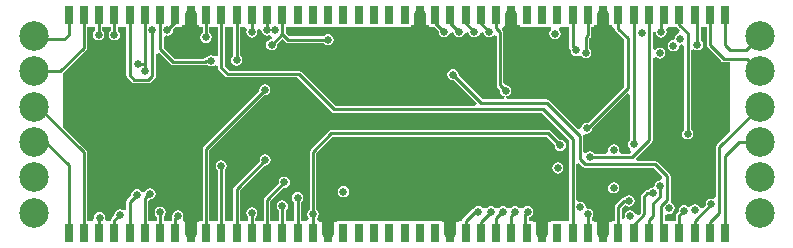
<source format=gtl>
G04*
G04 #@! TF.GenerationSoftware,Altium Limited,Altium Designer,20.0.2 (26)*
G04*
G04 Layer_Physical_Order=1*
G04 Layer_Color=255*
%FSLAX25Y25*%
%MOIN*%
G70*
G01*
G75*
%ADD10C,0.03937*%
%ADD12C,0.01000*%
%ADD15R,0.03150X0.06299*%
%ADD16C,0.09843*%
%ADD17C,0.02500*%
G36*
X141112Y74479D02*
X143022D01*
X144502Y72998D01*
X144452Y72748D01*
X144596Y72026D01*
X145005Y71414D01*
X145617Y71005D01*
X146339Y70862D01*
X147060Y71005D01*
X147672Y71414D01*
X148081Y72026D01*
X148113Y72186D01*
X148256Y72347D01*
X149174Y72712D01*
X149516Y72474D01*
X149606Y72026D01*
X150014Y71414D01*
X150626Y71005D01*
X151348Y70862D01*
X152070Y71005D01*
X152682Y71414D01*
X153091Y72026D01*
X153123Y72186D01*
X153265Y72347D01*
X154184Y72712D01*
X154526Y72474D01*
X154615Y72026D01*
X155024Y71414D01*
X155636Y71005D01*
X156358Y70862D01*
X157080Y71005D01*
X157692Y71414D01*
X158101Y72026D01*
X158132Y72186D01*
X158275Y72347D01*
X159193Y72712D01*
X159536Y72474D01*
X159625Y72026D01*
X160034Y71414D01*
X160646Y71005D01*
X161368Y70862D01*
X162089Y71005D01*
X162701Y71414D01*
X162800Y71561D01*
X163800Y71258D01*
Y54865D01*
X163800Y54865D01*
X163885Y54436D01*
X164128Y54072D01*
X164952Y53248D01*
X164902Y52998D01*
X165045Y52276D01*
X165454Y51664D01*
X166066Y51255D01*
X166498Y51170D01*
X166399Y50170D01*
X159152D01*
X151125Y58197D01*
X151174Y58447D01*
X151031Y59169D01*
X150622Y59781D01*
X150010Y60189D01*
X149288Y60333D01*
X148566Y60189D01*
X147954Y59781D01*
X147546Y59169D01*
X147402Y58447D01*
X147546Y57725D01*
X147954Y57113D01*
X148566Y56704D01*
X149288Y56561D01*
X149539Y56610D01*
X157179Y48970D01*
X156765Y47970D01*
X110153D01*
X98681Y59441D01*
X98317Y59684D01*
X97888Y59770D01*
X97888Y59770D01*
X74583D01*
X73140Y61213D01*
Y74479D01*
X74193D01*
Y74479D01*
X74934D01*
Y74479D01*
X75987D01*
Y64724D01*
X75775Y64582D01*
X75366Y63970D01*
X75222Y63248D01*
X75366Y62526D01*
X75775Y61914D01*
X76387Y61505D01*
X77109Y61362D01*
X77830Y61505D01*
X78442Y61914D01*
X78851Y62526D01*
X78995Y63248D01*
X78851Y63970D01*
X78442Y64582D01*
X78230Y64724D01*
Y74479D01*
X79283D01*
Y74479D01*
X80024D01*
X80529Y73479D01*
X80457Y73370D01*
X80313Y72648D01*
X80457Y71926D01*
X80865Y71314D01*
X81477Y70905D01*
X82199Y70762D01*
X82921Y70905D01*
X83533Y71314D01*
X83942Y71926D01*
X84085Y72648D01*
X83982Y73170D01*
X84443Y73860D01*
X84654Y74066D01*
X84708Y74061D01*
X85404Y73348D01*
X85547Y72626D01*
X85956Y72014D01*
X86568Y71605D01*
X87290Y71462D01*
X88012Y71605D01*
X88131Y71685D01*
X88292Y71643D01*
X88922Y70553D01*
X88831Y70334D01*
X88109Y70191D01*
X87497Y69782D01*
X87088Y69170D01*
X86944Y68448D01*
X87088Y67726D01*
X87497Y67114D01*
X88109Y66705D01*
X88831Y66562D01*
X89552Y66705D01*
X90164Y67114D01*
X90573Y67726D01*
X90717Y68448D01*
X90667Y68698D01*
X92381Y70412D01*
X93437Y69355D01*
X93437Y69355D01*
X93801Y69112D01*
X94231Y69026D01*
X94231Y69026D01*
X106177D01*
X106319Y68814D01*
X106931Y68405D01*
X107652Y68262D01*
X108374Y68405D01*
X108986Y68814D01*
X109395Y69426D01*
X109539Y70148D01*
X109395Y70870D01*
X108986Y71482D01*
X108374Y71891D01*
X107652Y72034D01*
X106931Y71891D01*
X106319Y71482D01*
X106177Y71270D01*
X94695D01*
X93502Y72463D01*
Y74479D01*
X94555D01*
Y74479D01*
X95296D01*
Y74479D01*
X99646D01*
Y74479D01*
X100387D01*
Y74479D01*
X104737D01*
Y74479D01*
X105478D01*
Y74479D01*
X109827D01*
Y74479D01*
X110568D01*
Y74479D01*
X114918D01*
Y74479D01*
X115659D01*
Y74479D01*
X120009D01*
Y74479D01*
X120750D01*
Y74479D01*
X125099D01*
Y74479D01*
X125840D01*
Y74479D01*
X130190D01*
Y74479D01*
X130931D01*
Y74479D01*
X135280D01*
Y74980D01*
X141112D01*
Y74479D01*
D02*
G37*
G36*
X40353Y58171D02*
X40353Y58171D01*
X40438Y57742D01*
X40681Y57378D01*
X42199Y55861D01*
X42199Y55861D01*
X42563Y55617D01*
X42992Y55532D01*
X42992Y55532D01*
X47756D01*
X47756Y55532D01*
X48185Y55617D01*
X48549Y55861D01*
X49881Y57193D01*
X49881Y57193D01*
X50124Y57557D01*
X50210Y57986D01*
X50210Y57986D01*
Y65333D01*
X51210Y65747D01*
X55102Y61855D01*
X55102Y61855D01*
X55466Y61612D01*
X55895Y61527D01*
X55895Y61527D01*
X66585D01*
X66585Y61527D01*
X67014Y61612D01*
X67343Y61832D01*
X67406Y61737D01*
X68018Y61328D01*
X68740Y61185D01*
X69462Y61328D01*
X69896Y61619D01*
X70546Y61415D01*
X70896Y61176D01*
Y60748D01*
X70896Y60748D01*
X70982Y60319D01*
X71225Y59955D01*
X73325Y57855D01*
X73325Y57855D01*
X73689Y57612D01*
X74118Y57526D01*
X74118Y57526D01*
X97424D01*
X108895Y46055D01*
X109259Y45812D01*
X109688Y45726D01*
X109688Y45726D01*
X178924D01*
X187981Y36669D01*
Y9537D01*
X186928D01*
Y9537D01*
X186187D01*
Y9537D01*
X181837D01*
Y9331D01*
X176006D01*
Y9537D01*
X174441D01*
Y10970D01*
X174856Y11053D01*
X175468Y11462D01*
X175876Y12073D01*
X176020Y12795D01*
X175876Y13517D01*
X175468Y14129D01*
X174856Y14538D01*
X174134Y14682D01*
X173412Y14538D01*
X172800Y14129D01*
X172649Y13903D01*
X171526D01*
X171375Y14129D01*
X170763Y14538D01*
X170041Y14682D01*
X169320Y14538D01*
X168708Y14129D01*
X168557Y13903D01*
X167434D01*
X167283Y14129D01*
X166671Y14538D01*
X165949Y14682D01*
X165227Y14538D01*
X164615Y14129D01*
X164464Y13903D01*
X163341D01*
X163190Y14129D01*
X162578Y14538D01*
X161857Y14682D01*
X161135Y14538D01*
X160523Y14129D01*
X160372Y13903D01*
X159249D01*
X159098Y14129D01*
X158486Y14538D01*
X158242Y14586D01*
X158193Y14619D01*
X157764Y14704D01*
X157673D01*
X157244Y14619D01*
X157157Y14561D01*
X157042Y14538D01*
X156430Y14129D01*
X156263Y13878D01*
X156027Y13832D01*
X155664Y13588D01*
X155664Y13588D01*
X152675Y10600D01*
X152432Y10236D01*
X152347Y9807D01*
X151416Y9537D01*
X151293D01*
Y9331D01*
X145462D01*
Y9537D01*
X141112D01*
Y9537D01*
X140371D01*
Y9537D01*
X136022D01*
Y9537D01*
X135280D01*
Y9537D01*
X130931D01*
Y9537D01*
X130190D01*
Y9537D01*
X125840D01*
Y9537D01*
X125099D01*
Y9537D01*
X120750D01*
Y9537D01*
X120009D01*
Y9537D01*
X115659D01*
Y9537D01*
X114918D01*
Y9537D01*
X110568D01*
Y9331D01*
X104737D01*
Y9537D01*
X104219D01*
X103940Y10381D01*
X103911Y10537D01*
X104304Y11126D01*
X104448Y11848D01*
X104304Y12570D01*
X103896Y13182D01*
X103683Y13324D01*
Y32184D01*
X109226Y37727D01*
X180610D01*
X183238Y35098D01*
X183188Y34848D01*
X183332Y34126D01*
X183741Y33514D01*
X184353Y33105D01*
X185075Y32962D01*
X185796Y33105D01*
X186408Y33514D01*
X186817Y34126D01*
X186961Y34848D01*
X186817Y35570D01*
X186408Y36182D01*
X185796Y36591D01*
X185075Y36734D01*
X184824Y36685D01*
X181868Y39641D01*
X181504Y39884D01*
X181075Y39970D01*
X181075Y39970D01*
X108762D01*
X108333Y39884D01*
X107969Y39641D01*
X107969Y39641D01*
X101769Y33441D01*
X101526Y33077D01*
X101440Y32648D01*
X101440Y32648D01*
Y13324D01*
X101228Y13182D01*
X100819Y12570D01*
X100675Y11848D01*
X100819Y11126D01*
X101213Y10537D01*
X101184Y10381D01*
X101119Y10184D01*
X100387Y9537D01*
X99646D01*
Y9537D01*
X98593D01*
Y15972D01*
X98805Y16114D01*
X99214Y16726D01*
X99357Y17448D01*
X99214Y18170D01*
X98805Y18782D01*
X98193Y19191D01*
X97471Y19334D01*
X96749Y19191D01*
X96137Y18782D01*
X95728Y18170D01*
X95585Y17448D01*
X95728Y16726D01*
X96137Y16114D01*
X96350Y15972D01*
Y9537D01*
X95296D01*
Y9537D01*
X94555D01*
Y9537D01*
X93502D01*
Y13167D01*
X93722Y13314D01*
X94131Y13926D01*
X94274Y14648D01*
X94131Y15370D01*
X93722Y15982D01*
X93110Y16391D01*
X92388Y16534D01*
X91666Y16391D01*
X91054Y15982D01*
X90645Y15370D01*
X90502Y14648D01*
X90645Y13926D01*
X91054Y13314D01*
X91259Y13178D01*
Y9537D01*
X90206D01*
Y9537D01*
X89465D01*
Y9537D01*
X88411D01*
Y16274D01*
X92817Y20680D01*
X93068Y20630D01*
X93789Y20774D01*
X94402Y21183D01*
X94810Y21795D01*
X94954Y22516D01*
X94810Y23238D01*
X94402Y23850D01*
X93789Y24259D01*
X93068Y24403D01*
X92346Y24259D01*
X91734Y23850D01*
X91325Y23238D01*
X91181Y22516D01*
X91231Y22266D01*
X86497Y17532D01*
X86254Y17168D01*
X86168Y16739D01*
X86168Y16739D01*
Y9537D01*
X85115D01*
Y9537D01*
X84374D01*
Y9537D01*
X83321D01*
Y10823D01*
X83533Y10964D01*
X83942Y11576D01*
X84085Y12298D01*
X83942Y13020D01*
X83533Y13632D01*
X82921Y14041D01*
X82199Y14184D01*
X81477Y14041D01*
X80865Y13632D01*
X80457Y13020D01*
X80313Y12298D01*
X80457Y11576D01*
X80865Y10964D01*
X81078Y10823D01*
Y9537D01*
X80024D01*
Y9537D01*
X79283D01*
Y9537D01*
X78230D01*
Y19904D01*
X86438Y28112D01*
X86688Y28062D01*
X87410Y28205D01*
X88022Y28614D01*
X88431Y29226D01*
X88574Y29948D01*
X88431Y30670D01*
X88022Y31282D01*
X87410Y31691D01*
X86688Y31834D01*
X85966Y31691D01*
X85354Y31282D01*
X84945Y30670D01*
X84802Y29948D01*
X84852Y29698D01*
X76315Y21161D01*
X76072Y20798D01*
X75987Y20368D01*
X75987Y20368D01*
Y9537D01*
X74934D01*
Y9537D01*
X74193D01*
Y9537D01*
X73140D01*
Y26602D01*
X73352Y26744D01*
X73761Y27356D01*
X73904Y28078D01*
X73761Y28800D01*
X73352Y29412D01*
X72740Y29820D01*
X72018Y29964D01*
X71296Y29820D01*
X70684Y29412D01*
X70275Y28800D01*
X70132Y28078D01*
X70275Y27356D01*
X70684Y26744D01*
X70896Y26602D01*
Y9537D01*
X69843D01*
Y9537D01*
X69102D01*
Y9537D01*
X68049D01*
Y33323D01*
X86288Y51562D01*
X86538Y51512D01*
X87260Y51655D01*
X87872Y52064D01*
X88281Y52676D01*
X88424Y53398D01*
X88281Y54120D01*
X87872Y54732D01*
X87260Y55141D01*
X86538Y55284D01*
X85816Y55141D01*
X85204Y54732D01*
X84795Y54120D01*
X84652Y53398D01*
X84702Y53148D01*
X66134Y34580D01*
X65891Y34216D01*
X65806Y33787D01*
X65806Y33787D01*
Y9537D01*
X64753D01*
Y9331D01*
X59586D01*
X59140Y10283D01*
X59183Y10429D01*
X59282Y10577D01*
X59426Y11299D01*
X59282Y12021D01*
X58873Y12633D01*
X58261Y13042D01*
X57539Y13185D01*
X56818Y13042D01*
X56206Y12633D01*
X55797Y12021D01*
X55653Y11299D01*
X55722Y10953D01*
X55710Y10935D01*
X55624Y10506D01*
X55624Y10506D01*
Y9537D01*
X54571D01*
Y9537D01*
X53830D01*
Y9537D01*
X52777D01*
Y11042D01*
X52989Y11184D01*
X53398Y11796D01*
X53542Y12518D01*
X53398Y13240D01*
X52989Y13852D01*
X52377Y14261D01*
X51655Y14404D01*
X50934Y14261D01*
X50322Y13852D01*
X49913Y13240D01*
X49769Y12518D01*
X49913Y11796D01*
X50322Y11184D01*
X50534Y11042D01*
Y9537D01*
X49481D01*
Y9537D01*
X48740D01*
Y9537D01*
X47686D01*
Y15957D01*
X48306Y16853D01*
X49028Y16997D01*
X49640Y17406D01*
X50049Y18018D01*
X50192Y18740D01*
X50049Y19462D01*
X49640Y20073D01*
X49028Y20482D01*
X48306Y20626D01*
X47585Y20482D01*
X46973Y20073D01*
X46564Y19462D01*
X46556Y19421D01*
X46035Y19293D01*
X45572Y19313D01*
X45491Y19351D01*
X45192Y19798D01*
X44580Y20207D01*
X43858Y20351D01*
X43136Y20207D01*
X42524Y19798D01*
X42116Y19186D01*
X41972Y18465D01*
X42022Y18214D01*
X40681Y16874D01*
X40438Y16510D01*
X40353Y16081D01*
X40353Y16080D01*
Y13673D01*
X40119Y13497D01*
X39353Y13230D01*
X38960Y13493D01*
X38238Y13636D01*
X37516Y13493D01*
X36904Y13084D01*
X36496Y12472D01*
X36352Y11750D01*
X36402Y11500D01*
X35590Y10689D01*
X35347Y10325D01*
X35262Y9895D01*
X35090Y9825D01*
X34247Y9549D01*
X33370Y10035D01*
X33272Y10537D01*
X33324Y10798D01*
X33181Y11520D01*
X32772Y12132D01*
X32160Y12541D01*
X31438Y12684D01*
X30716Y12541D01*
X30104Y12132D01*
X29695Y11520D01*
X29552Y10798D01*
X29604Y10537D01*
X29118Y9537D01*
X28377D01*
Y9537D01*
X27324D01*
Y32656D01*
X27238Y33085D01*
X26995Y33449D01*
X26995Y33449D01*
X19429Y41015D01*
Y59103D01*
X26995Y66669D01*
X26995Y66669D01*
X27238Y67033D01*
X27324Y67462D01*
X27324Y67462D01*
Y74479D01*
X28377D01*
Y74479D01*
X29020D01*
X30020Y74243D01*
Y73287D01*
X29808Y73145D01*
X29399Y72533D01*
X29256Y71811D01*
X29399Y71089D01*
X29808Y70477D01*
X30420Y70068D01*
X31142Y69925D01*
X31864Y70068D01*
X32476Y70477D01*
X32884Y71089D01*
X33028Y71811D01*
X32884Y72533D01*
X32476Y73145D01*
X32263Y73287D01*
Y74479D01*
X33468D01*
Y74479D01*
X34209D01*
Y74479D01*
X35262D01*
Y73224D01*
X35050Y73082D01*
X34641Y72470D01*
X34497Y71748D01*
X34641Y71026D01*
X35050Y70414D01*
X35662Y70005D01*
X36384Y69862D01*
X37105Y70005D01*
X37717Y70414D01*
X38126Y71026D01*
X38270Y71748D01*
X38126Y72470D01*
X37717Y73082D01*
X37505Y73224D01*
Y74479D01*
X38558D01*
Y74479D01*
X39299D01*
Y74479D01*
X40353D01*
Y58171D01*
D02*
G37*
G36*
X233797Y68389D02*
X233797Y68389D01*
X233882Y67959D01*
X234125Y67596D01*
X238695Y63026D01*
X238695Y63026D01*
X239059Y62783D01*
X239488Y62697D01*
X241673D01*
Y39539D01*
X237199Y35065D01*
X236956Y34701D01*
X236871Y34272D01*
X236871Y34272D01*
Y17720D01*
X236661Y17508D01*
X235871Y17052D01*
X235433Y17140D01*
X234711Y16996D01*
X234099Y16587D01*
X233690Y15975D01*
X233547Y15253D01*
X233597Y15003D01*
X232569Y13976D01*
X232170Y14012D01*
X231418Y14239D01*
X231122Y14682D01*
X230510Y15091D01*
X229788Y15234D01*
X229066Y15091D01*
X228454Y14682D01*
X227672Y14482D01*
X227060Y14891D01*
X226338Y15034D01*
X225616Y14891D01*
X225004Y14482D01*
X224595Y13870D01*
X224452Y13148D01*
X224502Y12898D01*
X223944Y12340D01*
X223701Y11976D01*
X223616Y11547D01*
X223616Y11547D01*
Y9537D01*
X222562D01*
Y9537D01*
X221821D01*
Y9537D01*
X219822D01*
Y11430D01*
X220032Y11643D01*
X220822Y12098D01*
X221260Y12011D01*
X221982Y12155D01*
X222594Y12564D01*
X223003Y13176D01*
X223146Y13898D01*
X223003Y14619D01*
X222594Y15231D01*
X221982Y15640D01*
X221778Y16539D01*
Y24530D01*
X221778Y24530D01*
X221692Y24959D01*
X221449Y25323D01*
X221449Y25323D01*
X217431Y29341D01*
X217067Y29584D01*
X216638Y29670D01*
X216638Y29670D01*
X210660D01*
X210246Y30670D01*
X215466Y35890D01*
X215466Y35890D01*
X215709Y36253D01*
X215794Y36683D01*
X215794Y36683D01*
Y64044D01*
X216794Y64348D01*
X216855Y64257D01*
X217467Y63848D01*
X218189Y63704D01*
X218911Y63848D01*
X219523Y64257D01*
X219932Y64869D01*
X220075Y65591D01*
X219932Y66312D01*
X219523Y66924D01*
X218911Y67333D01*
X218189Y67477D01*
X217467Y67333D01*
X216855Y66924D01*
X216794Y66833D01*
X215794Y67137D01*
Y72515D01*
X216794Y72614D01*
X216918Y71994D01*
X217326Y71382D01*
X217938Y70973D01*
X218660Y70830D01*
X219382Y70973D01*
X219994Y71382D01*
X220403Y71994D01*
X220547Y72716D01*
X220403Y73438D01*
X220375Y73479D01*
X220860Y74385D01*
X221821Y74479D01*
X222562D01*
Y74479D01*
X223780D01*
X223944Y74234D01*
X224879Y73299D01*
X224549Y72214D01*
X224357Y72176D01*
X223745Y71767D01*
X223336Y71155D01*
X223193Y70433D01*
X222277Y69909D01*
X221994Y69852D01*
X221382Y69443D01*
X220973Y68831D01*
X220829Y68110D01*
X220973Y67388D01*
X221382Y66776D01*
X221994Y66367D01*
X222715Y66223D01*
X223437Y66367D01*
X224049Y66776D01*
X224458Y67388D01*
X224598Y68091D01*
X225457Y68546D01*
X226367Y67958D01*
Y40224D01*
X226154Y40082D01*
X225746Y39470D01*
X225602Y38748D01*
X225746Y38026D01*
X226154Y37414D01*
X226766Y37005D01*
X227488Y36862D01*
X228210Y37005D01*
X228822Y37414D01*
X229231Y38026D01*
X229374Y38748D01*
X229231Y39470D01*
X228822Y40082D01*
X228610Y40224D01*
Y66557D01*
X228908Y66770D01*
X229610Y67000D01*
X230026Y66722D01*
X230748Y66578D01*
X231470Y66722D01*
X232082Y67131D01*
X232491Y67743D01*
X232634Y68465D01*
X232491Y69186D01*
X232082Y69798D01*
X231870Y69940D01*
Y74175D01*
X232744Y74479D01*
X232744Y74479D01*
Y74479D01*
X232744Y74479D01*
X233797D01*
Y68389D01*
D02*
G37*
G36*
X64753Y74479D02*
X65806D01*
Y72354D01*
X65594Y72213D01*
X65185Y71601D01*
X65041Y70879D01*
X65185Y70157D01*
X65594Y69545D01*
X66206Y69136D01*
X66927Y68993D01*
X67649Y69136D01*
X68261Y69545D01*
X68670Y70157D01*
X68814Y70879D01*
X68670Y71601D01*
X68261Y72213D01*
X68049Y72354D01*
Y74479D01*
X69102D01*
Y74479D01*
X69843D01*
Y74479D01*
X70896D01*
Y64966D01*
X70546Y64727D01*
X69896Y64523D01*
X69462Y64814D01*
X68740Y64957D01*
X68018Y64814D01*
X67406Y64405D01*
X67265Y64192D01*
X67008D01*
X66579Y64107D01*
X66215Y63864D01*
X66215Y63864D01*
X66120Y63770D01*
X56360D01*
X52777Y67352D01*
Y70888D01*
X53777Y71524D01*
X54088Y71462D01*
X54810Y71605D01*
X55422Y72014D01*
X55831Y72626D01*
X55974Y73348D01*
X55925Y73598D01*
X56805Y74479D01*
X58921D01*
Y74980D01*
X64753D01*
Y74479D01*
D02*
G37*
G36*
X202200D02*
X202655D01*
X203253Y73712D01*
X203338Y73282D01*
X203582Y72919D01*
X206367Y70134D01*
Y54413D01*
X194369Y42415D01*
X193858Y42516D01*
X193136Y42373D01*
X192525Y41964D01*
X192116Y41352D01*
X191979Y40667D01*
X191820Y40558D01*
X191040Y40192D01*
X181391Y49841D01*
X181027Y50084D01*
X180598Y50170D01*
X180598Y50170D01*
X167177D01*
X167079Y51170D01*
X167510Y51255D01*
X168122Y51664D01*
X168531Y52276D01*
X168674Y52998D01*
X168531Y53720D01*
X168122Y54332D01*
X167510Y54741D01*
X166788Y54884D01*
X166043Y55615D01*
Y72615D01*
X165957Y73044D01*
X165714Y73408D01*
X165714Y73408D01*
X165644Y73479D01*
X165824Y74479D01*
X166617Y74980D01*
X171656D01*
Y74479D01*
X176006D01*
Y74479D01*
X176747D01*
Y74479D01*
X181096D01*
Y74479D01*
X181837D01*
X181954Y73482D01*
X181545Y72870D01*
X181402Y72148D01*
X181545Y71426D01*
X181954Y70814D01*
X182566Y70405D01*
X183288Y70262D01*
X184010Y70405D01*
X184622Y70814D01*
X185031Y71426D01*
X185174Y72148D01*
X185031Y72870D01*
X184622Y73482D01*
X184930Y74479D01*
X186187D01*
Y74479D01*
X186928D01*
Y74479D01*
X187981D01*
Y67866D01*
X187981Y67866D01*
X188067Y67436D01*
X188310Y67073D01*
X188597Y66786D01*
X188547Y66535D01*
X188690Y65814D01*
X189099Y65202D01*
X189711Y64793D01*
X190433Y64649D01*
X191155Y64793D01*
X192135Y64524D01*
X192209Y64414D01*
X192820Y64005D01*
X193542Y63861D01*
X194264Y64005D01*
X194876Y64414D01*
X195285Y65026D01*
X195429Y65747D01*
X195285Y66469D01*
X194876Y67081D01*
X194664Y67223D01*
Y70507D01*
X194986Y70722D01*
X195230Y71086D01*
X195315Y71515D01*
X195315Y71515D01*
Y74479D01*
X196368D01*
Y74980D01*
X202200D01*
Y74479D01*
D02*
G37*
G36*
X208344Y51803D02*
Y36747D01*
X208131Y36605D01*
X207722Y35993D01*
X207579Y35271D01*
X207722Y34549D01*
X208131Y33937D01*
X208399Y33759D01*
X208591Y32680D01*
X208050Y32079D01*
X205260D01*
X204625Y33079D01*
X204687Y33391D01*
X204543Y34113D01*
X204134Y34725D01*
X203522Y35134D01*
X202801Y35277D01*
X202079Y35134D01*
X201467Y34725D01*
X201058Y34113D01*
X200914Y33391D01*
X200976Y33079D01*
X200341Y32079D01*
X196385D01*
X196243Y32291D01*
X195631Y32700D01*
X194909Y32843D01*
X194187Y32700D01*
X193630Y32327D01*
X193330Y32391D01*
X192630Y32676D01*
Y38046D01*
X192735Y38221D01*
X193488Y38817D01*
X193858Y38744D01*
X194580Y38887D01*
X195192Y39296D01*
X195601Y39908D01*
X195742Y40615D01*
X207344Y52217D01*
X208344Y51803D01*
D02*
G37*
G36*
X192445Y27755D02*
X192445Y27755D01*
X192809Y27512D01*
X193238Y27426D01*
X193238Y27426D01*
X216174D01*
X219043Y24557D01*
X218982Y23866D01*
X218268Y23107D01*
X217546Y22963D01*
X216934Y22554D01*
X216525Y21942D01*
X216467Y21652D01*
X215904Y20744D01*
X215183Y20600D01*
X214571Y20191D01*
X214429Y19979D01*
X214015D01*
X213586Y19894D01*
X213222Y19651D01*
X213222Y19651D01*
X212195Y18624D01*
X211952Y18260D01*
X211867Y17831D01*
X211867Y17831D01*
Y12378D01*
X211114Y11739D01*
X210148Y12032D01*
X210131Y12120D01*
X209722Y12732D01*
X209110Y13141D01*
X208388Y13284D01*
X207666Y13141D01*
X207054Y12732D01*
X206645Y12120D01*
X206502Y11398D01*
X206584Y10986D01*
X206003Y10298D01*
X205802Y10180D01*
X205496Y10274D01*
Y13910D01*
X206626Y15040D01*
X207231Y14635D01*
X207953Y14492D01*
X208675Y14635D01*
X209286Y15044D01*
X209695Y15656D01*
X209839Y16378D01*
X209695Y17100D01*
X209286Y17712D01*
X208675Y18121D01*
X207953Y18264D01*
X207231Y18121D01*
X206619Y17712D01*
X206477Y17500D01*
X206378D01*
X206378Y17500D01*
X205949Y17414D01*
X205585Y17171D01*
X205585Y17171D01*
X203582Y15168D01*
X203338Y14804D01*
X203253Y14375D01*
X203253Y14375D01*
Y9537D01*
X202200D01*
Y9331D01*
X196368D01*
Y9537D01*
X195599D01*
X195486Y10537D01*
X195527Y10564D01*
X195936Y11176D01*
X196080Y11898D01*
X195936Y12620D01*
X195527Y13232D01*
X194915Y13641D01*
X194193Y13784D01*
X193474Y14348D01*
X193331Y15070D01*
X192922Y15682D01*
X192310Y16091D01*
X191588Y16234D01*
X191224Y16162D01*
X190378Y16679D01*
X190224Y16864D01*
Y28561D01*
X191224Y28976D01*
X192445Y27755D01*
D02*
G37*
%LPC*%
G36*
X184188Y29234D02*
X183466Y29091D01*
X182854Y28682D01*
X182446Y28070D01*
X182302Y27348D01*
X182446Y26626D01*
X182854Y26014D01*
X183466Y25605D01*
X184188Y25462D01*
X184910Y25605D01*
X185522Y26014D01*
X185931Y26626D01*
X186074Y27348D01*
X185931Y28070D01*
X185522Y28682D01*
X184910Y29091D01*
X184188Y29234D01*
D02*
G37*
G36*
X112743Y21334D02*
X112021Y21191D01*
X111409Y20782D01*
X111001Y20170D01*
X110857Y19448D01*
X111001Y18726D01*
X111409Y18114D01*
X112021Y17705D01*
X112743Y17562D01*
X113465Y17705D01*
X114077Y18114D01*
X114486Y18726D01*
X114629Y19448D01*
X114486Y20170D01*
X114077Y20782D01*
X113465Y21191D01*
X112743Y21334D01*
D02*
G37*
G36*
X202801Y22613D02*
X202079Y22469D01*
X201467Y22060D01*
X201058Y21448D01*
X200914Y20726D01*
X201058Y20005D01*
X201467Y19393D01*
X202079Y18984D01*
X202801Y18840D01*
X203522Y18984D01*
X204134Y19393D01*
X204543Y20005D01*
X204687Y20726D01*
X204543Y21448D01*
X204134Y22060D01*
X203522Y22469D01*
X202801Y22613D01*
D02*
G37*
%LPD*%
D10*
X184724Y61787D02*
X197570D01*
X110704Y26299D02*
X149089D01*
X61837Y5787D02*
Y12402D01*
X50046Y24193D02*
X61837Y12402D01*
X49153Y24193D02*
X50046D01*
X198961Y19410D02*
X198982Y19388D01*
Y19145D02*
Y19388D01*
Y19145D02*
X199284Y18843D01*
Y5787D02*
Y18843D01*
X168988Y67744D02*
Y71648D01*
Y67744D02*
X174946Y61787D01*
X148378Y25587D02*
X149089Y26299D01*
X107652Y23248D02*
X110704Y26299D01*
X149089D02*
X152536Y29746D01*
X148378Y25587D02*
Y25943D01*
Y5787D02*
Y25587D01*
X199284Y72503D02*
Y78228D01*
Y72503D02*
X199807Y71980D01*
X199284Y72503D02*
X204375Y68848D01*
X174946Y61787D02*
X184724D01*
X184764Y58583D02*
Y61747D01*
X184724Y61787D02*
X184764Y61747D01*
X199807Y64024D02*
Y71980D01*
X197570Y61787D02*
X199807Y64024D01*
X168740Y71896D02*
X168988Y71648D01*
X152536Y29746D02*
X178921D01*
X107652Y5787D02*
Y23248D01*
X178921Y16531D02*
Y29746D01*
X138196Y70240D02*
Y78228D01*
Y70240D02*
X139588Y68848D01*
X178921Y5787D02*
Y16531D01*
X61837Y65748D02*
Y78228D01*
X168740Y71896D02*
Y78228D01*
D12*
X218701Y8348D02*
X219647D01*
X42992Y56653D02*
X47756D01*
X41474Y58171D02*
X42992Y56653D01*
X41474Y58171D02*
Y78228D01*
X47756Y56653D02*
X49088Y57986D01*
Y73248D01*
X194909Y30957D02*
X208947D01*
X214673Y36683D01*
X47880Y18740D02*
X48306D01*
X41474Y16081D02*
X43858Y18465D01*
X41474Y5787D02*
Y16081D01*
X51655Y5787D02*
Y12518D01*
X56746Y10506D02*
X57539Y11299D01*
X229828Y9648D02*
X235433Y15253D01*
X218701Y14662D02*
X220286Y16248D01*
X218701Y8348D02*
Y14662D01*
X220364Y16248D02*
X220656Y16539D01*
X220286Y16248D02*
X220364D01*
X206378Y16378D02*
X207953D01*
X204375Y14375D02*
X206378Y16378D01*
X204375Y5787D02*
Y14375D01*
X218268Y17835D02*
Y21220D01*
X215880Y15447D02*
X218268Y17835D01*
X215880Y11452D02*
Y15447D01*
X214015Y18858D02*
X215904D01*
X212988Y17831D02*
X214015Y18858D01*
X212988Y11871D02*
Y17831D01*
X220656Y16539D02*
Y24530D01*
X191508Y30278D02*
Y38137D01*
X180598Y49048D02*
X191508Y38137D01*
X158687Y49048D02*
X180598D01*
X191508Y30278D02*
X193238Y28548D01*
X194170Y40630D02*
X207488Y53948D01*
X193858Y40630D02*
X194170D01*
X193238Y28548D02*
X216638D01*
X67008Y63071D02*
X68740D01*
X66585Y62648D02*
X67008Y63071D01*
X55895Y62648D02*
X66585D01*
X51655Y66888D02*
X55895Y62648D01*
X51655Y66888D02*
Y78228D01*
X54088Y73348D02*
X56746Y76006D01*
Y78228D01*
X31142Y78077D02*
X31293Y78228D01*
X31142Y71811D02*
Y78077D01*
Y71811D02*
X31293Y71962D01*
X143287Y75800D02*
X146339Y72748D01*
X148378Y75719D02*
X151348Y72748D01*
X155918Y72598D02*
X156938D01*
X153468Y75638D02*
X156358Y72748D01*
X158559Y75557D02*
X161368Y72748D01*
X158559Y75557D02*
Y78228D01*
X157673Y13583D02*
X157764D01*
X156457Y12795D02*
X157764D01*
X153468Y9807D02*
X156457Y12795D01*
X153468Y5787D02*
Y9807D01*
X158559Y9498D02*
X161857Y12795D01*
X174176Y13110D02*
X174338Y12948D01*
X173931D02*
X174338D01*
X173319Y11980D02*
X174134Y12795D01*
X173319Y5866D02*
Y11980D01*
X168740Y11494D02*
X170041Y12795D01*
X165908Y12837D02*
X166220Y13150D01*
X163650Y10579D02*
X165908Y12837D01*
X168740Y5787D02*
Y11494D01*
X163650Y5787D02*
Y10579D01*
X158559Y5787D02*
Y9498D01*
X163650Y73887D02*
X164921Y72615D01*
Y54865D02*
Y72615D01*
Y54865D02*
X166788Y52998D01*
X26202Y5787D02*
Y32656D01*
X11043Y47815D02*
X26202Y32656D01*
X9488Y47815D02*
X11043D01*
X239488Y63819D02*
X247342D01*
X234918Y68389D02*
X239488Y63819D01*
X234918Y68389D02*
Y78228D01*
X26202Y67462D02*
Y78228D01*
X18366Y59626D02*
X26202Y67462D01*
X9488Y59626D02*
X18366D01*
X214673Y36683D02*
Y78112D01*
X214556Y78228D02*
X214673Y78112D01*
X218660Y77242D02*
X219647Y78228D01*
X218660Y72716D02*
Y77242D01*
X224737Y75027D02*
X227488Y72276D01*
X224737Y75027D02*
Y78228D01*
X227488Y38748D02*
Y72276D01*
X229828Y78228D02*
X230748Y77308D01*
Y68465D02*
Y77308D01*
X193542Y71007D02*
X194122Y71587D01*
X194193Y71515D01*
Y78228D01*
X193542Y65747D02*
Y71007D01*
X189103Y67866D02*
Y78228D01*
Y67866D02*
X190433Y66535D01*
X87290Y16739D02*
X93068Y22516D01*
X87290Y5787D02*
Y16739D01*
X46565Y17425D02*
X47880Y18740D01*
X97471Y5787D02*
Y17448D01*
X108762Y38848D02*
X181075D01*
X102562Y32648D02*
X108762Y38848D01*
X181075D02*
X185075Y34848D01*
X189103Y5787D02*
Y37133D01*
X179388Y46848D02*
X189103Y37133D01*
X109688Y46848D02*
X179388D01*
X209465Y35271D02*
Y78228D01*
X194193Y5787D02*
Y11898D01*
X216638Y28548D02*
X220656Y24530D01*
X209465Y8348D02*
X212988Y11871D01*
X174134Y13110D02*
X174176D01*
X44173Y61890D02*
X46130D01*
X46565Y62325D01*
X21112Y5787D02*
Y28219D01*
X13327Y36004D02*
X21112Y28219D01*
X9488Y36004D02*
X13327D01*
X21112Y71663D02*
Y78228D01*
X19724Y70276D02*
X21112Y71663D01*
X10650Y70276D02*
X19724D01*
X9488Y71437D02*
X10650Y70276D01*
X237992Y12402D02*
Y34272D01*
X234918Y9328D02*
X237992Y12402D01*
X234918Y5787D02*
Y9328D01*
X244744Y36004D02*
X251535D01*
X240009Y31269D02*
X244744Y36004D01*
X240009Y5787D02*
Y31269D01*
X247342Y63819D02*
X251535Y59626D01*
X241614Y66772D02*
X246870D01*
X240009Y68377D02*
X241614Y66772D01*
X240009Y68377D02*
Y78228D01*
X246870Y66772D02*
X251535Y71437D01*
X237992Y34272D02*
X251535Y47815D01*
X46565Y62325D02*
Y78228D01*
Y59571D02*
Y62325D01*
X102562Y11848D02*
Y32648D01*
Y5787D02*
Y11848D01*
X214556Y5787D02*
Y10128D01*
X215880Y11452D01*
X207488Y53948D02*
Y70598D01*
X204375Y73712D02*
X207488Y70598D01*
X204375Y73712D02*
Y78228D01*
X56746Y5787D02*
Y10506D01*
X224737Y5787D02*
Y11547D01*
X226338Y13148D01*
X46565Y5787D02*
Y17425D01*
X92381Y14640D02*
X92388Y14648D01*
X92381Y5787D02*
Y14640D01*
X209465Y5787D02*
Y8348D01*
X66927Y70879D02*
Y78228D01*
X77109Y5787D02*
Y20368D01*
X86688Y29948D01*
X82199Y72648D02*
Y78228D01*
X66927Y33787D02*
X86538Y53398D01*
X66927Y5787D02*
Y33787D01*
X219647Y5787D02*
Y8348D01*
X149288Y58447D02*
X158687Y49048D01*
X72018Y5787D02*
Y28078D01*
X36384Y71748D02*
Y78228D01*
X77109Y63248D02*
Y78228D01*
X82199Y5787D02*
Y12298D01*
X36384Y9895D02*
X38238Y11750D01*
X36384Y5787D02*
Y9895D01*
X97888Y58648D02*
X109688Y46848D01*
X74118Y58648D02*
X97888D01*
X72018Y60748D02*
X74118Y58648D01*
X72018Y60748D02*
Y78228D01*
X229828Y5787D02*
Y9648D01*
X31293Y10653D02*
X31438Y10798D01*
X31293Y5787D02*
Y10653D01*
X163650Y73887D02*
Y78228D01*
X92381Y71998D02*
Y78228D01*
X88831Y68448D02*
X92381Y71998D01*
X153468Y75638D02*
Y78228D01*
X148378Y75719D02*
Y78228D01*
X143287Y75800D02*
Y78228D01*
X94231Y70148D02*
X107652D01*
X92381Y71998D02*
X94231Y70148D01*
X87290Y73348D02*
Y78228D01*
D15*
X41474Y5787D02*
D03*
X51655D02*
D03*
X46565D02*
D03*
X31293D02*
D03*
X26202D02*
D03*
X36384D02*
D03*
X21112D02*
D03*
X56746D02*
D03*
X61837D02*
D03*
X72018D02*
D03*
X66927D02*
D03*
X97471D02*
D03*
X107652D02*
D03*
X102562D02*
D03*
X87290D02*
D03*
X82199D02*
D03*
X92381D02*
D03*
X77109D02*
D03*
X112743D02*
D03*
X117834D02*
D03*
X128015D02*
D03*
X122924D02*
D03*
X153468D02*
D03*
X163650D02*
D03*
X158559D02*
D03*
X143287D02*
D03*
X138196D02*
D03*
X148378D02*
D03*
X133106D02*
D03*
X168740D02*
D03*
X173831D02*
D03*
X184012D02*
D03*
X178921D02*
D03*
X41474Y78228D02*
D03*
X51655D02*
D03*
X46565D02*
D03*
X31293D02*
D03*
X26202D02*
D03*
X36384D02*
D03*
X21112D02*
D03*
X56746D02*
D03*
X61837D02*
D03*
X72018D02*
D03*
X66927D02*
D03*
X97471D02*
D03*
X107652D02*
D03*
X102562D02*
D03*
X87290D02*
D03*
X82199D02*
D03*
X92381D02*
D03*
X77109D02*
D03*
X112743D02*
D03*
X117834D02*
D03*
X128015D02*
D03*
X122924D02*
D03*
X153468D02*
D03*
X163650D02*
D03*
X158559D02*
D03*
X143287D02*
D03*
X138196D02*
D03*
X148378D02*
D03*
X133106D02*
D03*
X168740D02*
D03*
X173831D02*
D03*
X184012D02*
D03*
X178921D02*
D03*
X234918D02*
D03*
X240009D02*
D03*
X229828D02*
D03*
X224737D02*
D03*
X189103D02*
D03*
X204375D02*
D03*
X194193D02*
D03*
X199284D02*
D03*
X214556D02*
D03*
X219647D02*
D03*
X209465D02*
D03*
Y5787D02*
D03*
X219647D02*
D03*
X214556D02*
D03*
X199284D02*
D03*
X194193D02*
D03*
X204375D02*
D03*
X189103D02*
D03*
X224737D02*
D03*
X229828D02*
D03*
X240009D02*
D03*
X234918D02*
D03*
D16*
X9488Y12382D02*
D03*
Y24193D02*
D03*
Y36004D02*
D03*
Y47815D02*
D03*
Y59626D02*
D03*
Y71437D02*
D03*
X251535Y12382D02*
D03*
Y24193D02*
D03*
Y36004D02*
D03*
Y47815D02*
D03*
Y59626D02*
D03*
Y71437D02*
D03*
D17*
X202801Y33391D02*
D03*
X48306Y18740D02*
D03*
X43858Y18465D02*
D03*
X51655Y12518D02*
D03*
X57539Y11299D02*
D03*
X235433Y15253D02*
D03*
X221260Y13898D02*
D03*
X207953Y16378D02*
D03*
X215904Y18858D02*
D03*
X218268Y21220D02*
D03*
X193858Y40630D02*
D03*
X194909Y30957D02*
D03*
X68740Y63071D02*
D03*
X31142Y71811D02*
D03*
X165949Y12795D02*
D03*
X157764D02*
D03*
X161857D02*
D03*
X151348Y72748D02*
D03*
X146339D02*
D03*
X212323Y72244D02*
D03*
X218660Y72716D02*
D03*
X225079Y70433D02*
D03*
X222715Y68110D02*
D03*
X230748Y68465D02*
D03*
X218189Y65591D02*
D03*
X193542Y65747D02*
D03*
X190433Y66535D02*
D03*
X116087Y26334D02*
D03*
X202801Y20726D02*
D03*
X198961Y19410D02*
D03*
X184764Y58583D02*
D03*
X27362Y53425D02*
D03*
X93068Y22516D02*
D03*
X112743Y19448D02*
D03*
X97471Y17448D02*
D03*
X185075Y34848D02*
D03*
X209465Y35271D02*
D03*
X184188Y27348D02*
D03*
X191588Y14348D02*
D03*
X194193Y11898D02*
D03*
X208388Y11398D02*
D03*
X174134Y12795D02*
D03*
X170041D02*
D03*
X44173Y61890D02*
D03*
X204375Y68848D02*
D03*
X139588D02*
D03*
X168988Y71648D02*
D03*
X89888Y73348D02*
D03*
X49088Y73248D02*
D03*
X46565Y59571D02*
D03*
X102562Y11848D02*
D03*
X227488Y38748D02*
D03*
X226338Y13148D02*
D03*
X229788Y13348D02*
D03*
X54088Y73348D02*
D03*
X66927Y70879D02*
D03*
X86688Y29948D02*
D03*
X82199Y72648D02*
D03*
X86538Y53398D02*
D03*
X49153Y24193D02*
D03*
X149288Y58447D02*
D03*
X72018Y28078D02*
D03*
X36384Y71748D02*
D03*
X77109Y63248D02*
D03*
X82199Y12298D02*
D03*
X178921Y16531D02*
D03*
X38238Y11750D02*
D03*
X92388Y14648D02*
D03*
X31438Y10798D02*
D03*
X166788Y52998D02*
D03*
X61837Y65748D02*
D03*
X183288Y72148D02*
D03*
X88831Y68448D02*
D03*
X156358Y72748D02*
D03*
X161368D02*
D03*
X107652Y70148D02*
D03*
X87290Y73348D02*
D03*
M02*

</source>
